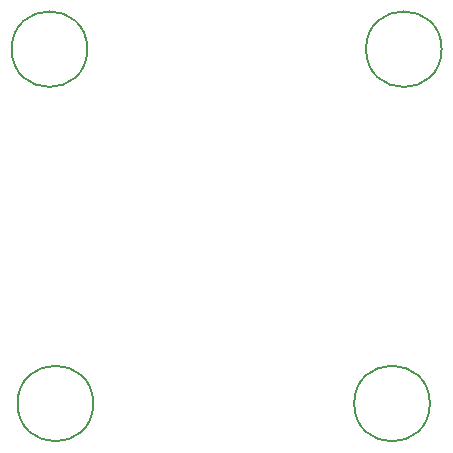
<source format=gbr>
%TF.GenerationSoftware,KiCad,Pcbnew,7.0.7*%
%TF.CreationDate,2023-09-11T13:21:53+02:00*%
%TF.ProjectId,MarklinBlock,4d61726b-6c69-46e4-926c-6f636b2e6b69,rev?*%
%TF.SameCoordinates,Original*%
%TF.FileFunction,Other,Comment*%
%FSLAX46Y46*%
G04 Gerber Fmt 4.6, Leading zero omitted, Abs format (unit mm)*
G04 Created by KiCad (PCBNEW 7.0.7) date 2023-09-11 13:21:53*
%MOMM*%
%LPD*%
G01*
G04 APERTURE LIST*
%ADD10C,0.150000*%
G04 APERTURE END LIST*
D10*
%TO.C,REF\u002A\u002A*%
X129200000Y-151000000D02*
G75*
G03*
X129200000Y-151000000I-3200000J0D01*
G01*
X128700000Y-121000000D02*
G75*
G03*
X128700000Y-121000000I-3200000J0D01*
G01*
X157700000Y-151000000D02*
G75*
G03*
X157700000Y-151000000I-3200000J0D01*
G01*
X158700000Y-121000000D02*
G75*
G03*
X158700000Y-121000000I-3200000J0D01*
G01*
%TD*%
M02*

</source>
